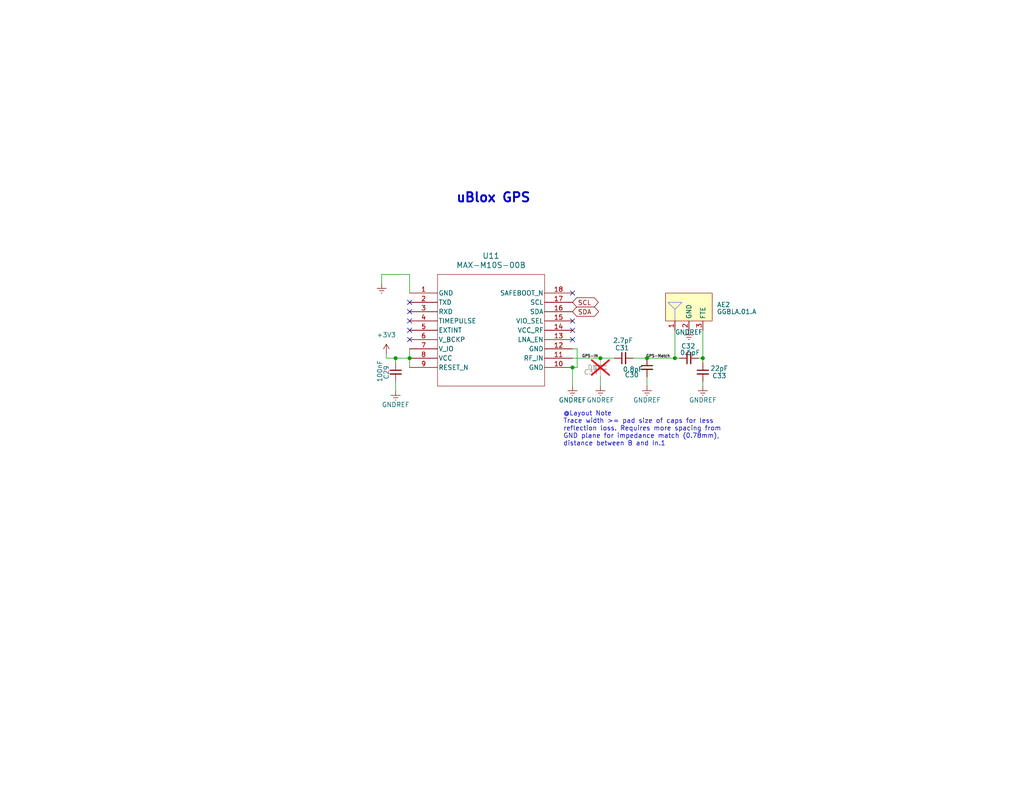
<source format=kicad_sch>
(kicad_sch (version 20231120) (generator "eeschema") (generator_version "8.0")
  (paper "USLetter")
  (title_block (title "WINTER GPS") (date "2025-01-06") (rev "3.3") (company "SparrowTheNerd"))
  (lib_symbols
    (symbol "Device:C_Small" (pin_numbers hide) (pin_names (offset 0.254) hide)
      (property "Reference" "C" (at 0.254 1.778 0))
      (property "Value" "C_Small" (at 0.254 -2.032 0))
      (symbol "C_Small_0_1"
        (polyline (pts (xy -1.524 -0.508) (xy 1.524 -0.508)) (stroke (width 0.3302)))
        (polyline (pts (xy -1.524 0.508) (xy 1.524 0.508)) (stroke (width 0.3048)))
      )
      (symbol "C_Small_1_1"
        (pin passive line (at 0 2.54 270) (length 2.032) (name "~") (number "1"))
        (pin passive line (at 0 -2.54 90) (length 2.032) (name "~") (number "2"))
      )
    )
    (symbol "power:+3V3" (power) (pin_numbers hide) (pin_names (offset 0) hide)
      (property "Value" "+3V3" (at 0 3.556 0))
      (symbol "+3V3_0_1"
        (polyline (pts (xy -0.762 1.27) (xy 0 2.54)))
        (polyline (pts (xy 0 0) (xy 0 2.54)))
        (polyline (pts (xy 0 2.54) (xy 0.762 1.27)))
      )
      (symbol "+3V3_1_1"
        (pin power_in line (at 0 0 90) (length 0) (name "~") (number "1"))
      )
    )
    (symbol "power:GNDREF" (power) (pin_names (offset 0))
      (property "Value" "GNDREF" (at 0 -3.81 0))
      (symbol "GNDREF_0_1"
        (polyline (pts (xy -0.635 -1.905) (xy 0.635 -1.905)))
        (polyline (pts (xy -0.127 -2.54) (xy 0.127 -2.54)))
        (polyline (pts (xy 0 -1.27) (xy 0 0)))
        (polyline (pts (xy 1.27 -1.27) (xy -1.27 -1.27)))
      )
      (symbol "GNDREF_1_1"
        (pin power_in line (at 0 0 270) (length 0) hide (name "GNDREF") (number "1"))
      )
    )
    (symbol "rev3_components:GGBLA.01.A"
      (property "Reference" "AE" (at -8.636 -3.556 0))
      (symbol "GGBLA.01.A_0_1"
        (rectangle (start -6.35 7.62) (end 6.35 0) (fill (type background)))
        (polyline (pts (xy -3.81 0) (xy -3.81 3.175) (xy -5.715 5.08) (xy -1.905 5.08) (xy -3.81 3.175)) (stroke (width 0) (color 98 110 255 1)))
      )
      (symbol "GGBLA.01.A_1_1"
        (pin input line (at -3.81 -2.54 90) (length 2.54) (name "") (number "1"))
        (pin power_in line (at 0 -2.54 90) (length 2.54) (name "GND") (number "2"))
        (pin input line (at 3.81 -2.54 90) (length 2.54) (name "FTE") (number "3"))
      )
    )
    (symbol "rev3_components:MAX-M10S-00B" (pin_names (offset 0.254))
      (property "Reference" "U" (at 21.463 -12.573 90))
      (property "Value" "MAX-M10S-00B" (at 24.003 -12.573 90))
      (symbol "MAX-M10S-00B_0_1"
        (polyline (pts (xy 7.62 -25.4) (xy 36.83 -25.4)) (stroke (width 0.127)))
        (polyline (pts (xy 7.62 5.08) (xy 7.62 -25.4)) (stroke (width 0.127)))
        (polyline (pts (xy 36.83 -25.4) (xy 36.83 5.08)) (stroke (width 0.127)))
        (polyline (pts (xy 36.83 5.08) (xy 7.62 5.08)) (stroke (width 0.127)))
        (pin power_out line (at 0 0 0) (length 7.62) (name "GND") (number "1"))
        (pin power_out line (at 44.45 -20.32 180) (length 7.62) (name "GND") (number "10"))
        (pin input line (at 44.45 -17.78 180) (length 7.62) (name "RF_IN") (number "11"))
        (pin power_out line (at 44.45 -15.24 180) (length 7.62) (name "GND") (number "12"))
        (pin output line (at 44.45 -12.7 180) (length 7.62) (name "LNA_EN") (number "13"))
        (pin output line (at 44.45 -10.16 180) (length 7.62) (name "VCC_RF") (number "14"))
        (pin input line (at 44.45 -7.62 180) (length 7.62) (name "VIO_SEL") (number "15"))
        (pin bidirectional line (at 44.45 -5.08 180) (length 7.62) (name "SDA") (number "16"))
        (pin input line (at 44.45 -2.54 180) (length 7.62) (name "SCL") (number "17"))
        (pin input line (at 44.45 0 180) (length 7.62) (name "SAFEBOOT_N") (number "18"))
        (pin output line (at 0 -2.54 0) (length 7.62) (name "TXD") (number "2"))
        (pin input line (at 0 -5.08 0) (length 7.62) (name "RXD") (number "3"))
        (pin output line (at 0 -7.62 0) (length 7.62) (name "TIMEPULSE") (number "4"))
        (pin input line (at 0 -10.16 0) (length 7.62) (name "EXTINT") (number "5"))
        (pin power_in line (at 0 -12.7 0) (length 7.62) (name "V_BCKP") (number "6"))
        (pin power_in line (at 0 -15.24 0) (length 7.62) (name "V_IO") (number "7"))
        (pin power_in line (at 0 -17.78 0) (length 7.62) (name "VCC") (number "8"))
        (pin input line (at 0 -20.32 0) (length 7.62) (name "RESET_N") (number "9"))
      )
    )
  )
  (junction (at 184.15 97.79))
  (junction (at 191.77 97.79))
  (junction (at 176.53 97.79))
  (junction (at 111.76 97.79))
  (junction (at 107.95 97.79))
  (junction (at 156.21 100.33))
  (junction (at 163.83 97.79))
  (no_connect (at 156.21 80.01))
  (no_connect (at 111.76 85.09))
  (no_connect (at 111.76 87.63))
  (no_connect (at 156.21 87.63))
  (no_connect (at 156.21 92.71))
  (no_connect (at 156.21 90.17))
  (no_connect (at 111.76 90.17))
  (no_connect (at 111.76 92.71))
  (no_connect (at 111.76 82.55))
  (wire (pts (xy 156.21 95.25) (xy 157.48 95.25)))
  (wire (pts (xy 157.48 100.33) (xy 156.21 100.33)))
  (wire (pts (xy 176.53 105.41) (xy 176.53 102.87)))
  (wire (pts (xy 191.77 99.06) (xy 191.77 97.79)))
  (wire (pts (xy 157.48 95.25) (xy 157.48 100.33)))
  (wire (pts (xy 107.95 99.06) (xy 107.95 97.79)))
  (wire (pts (xy 156.21 97.79) (xy 163.83 97.79)))
  (wire (pts (xy 191.77 104.14) (xy 191.77 105.41)))
  (wire (pts (xy 111.76 80.01) (xy 111.76 74.93)))
  (wire (pts (xy 104.14 74.93) (xy 111.76 74.93)))
  (wire (pts (xy 111.76 95.25) (xy 111.76 97.79)))
  (wire (pts (xy 111.76 97.79) (xy 111.76 100.33)))
  (wire (pts (xy 105.41 96.52) (xy 105.41 97.79)))
  (wire (pts (xy 163.83 97.79) (xy 167.64 97.79)))
  (wire (pts (xy 172.72 97.79) (xy 176.53 97.79)))
  (wire (pts (xy 107.95 97.79) (xy 111.76 97.79)))
  (wire (pts (xy 163.83 105.41) (xy 163.83 102.87)))
  (wire (pts (xy 185.42 97.79) (xy 184.15 97.79)))
  (wire (pts (xy 156.21 105.41) (xy 156.21 100.33)))
  (wire (pts (xy 184.15 90.17) (xy 184.15 97.79)))
  (wire (pts (xy 176.53 97.79) (xy 184.15 97.79)))
  (wire (pts (xy 104.14 77.47) (xy 104.14 74.93)))
  (wire (pts (xy 105.41 97.79) (xy 107.95 97.79)))
  (wire (pts (xy 107.95 106.68) (xy 107.95 104.14)))
  (wire (pts (xy 191.77 90.17) (xy 191.77 97.79)))
  (wire (pts (xy 190.5 97.79) (xy 191.77 97.79)))
  (text "@Layout Note\nTrace width >= pad size of caps for less \nreflection loss. Requires more spacing from \nGND plane for impedance match (0.78mm), \ndistance between B and In.1" (at 153.67 117.094 0) (effects (font (size 1.27 1.27)) (justify left)))
  (text "uBlox GPS\n" (at 134.62 54.102 0) (effects (font (size 2.54 2.54) (bold yes))))
  (label "GPS-Match" (at 182.88 97.79 180) (effects (font (size 0.75 0.75))))
  (label "GPS-IN" (at 158.75 97.79 0) (effects (font (size 0.75 0.75))))
  (global_label "SCL" (shape bidirectional) (at 156.21 82.55 0) (property "Intersheetrefs" "${INTERSHEET_REFS}" (effects (hide yes))))
  (global_label "SDA" (shape bidirectional) (at 156.21 85.09 0) (property "Intersheetrefs" "${INTERSHEET_REFS}" (effects (hide yes))))
  (symbol (lib_id "power:+3V3") (at 105.41 96.52 0) (unit 1)
    (property "Reference" "#PWR0164" (effects (hide yes)))
    (property "Value" "+3V3" (at 105.41 91.44 0))
    (property "Description" "Power symbol creates a global label with name \"+3V3\"" (effects (hide yes)))
  )
  (symbol (lib_id "power:GNDREF") (at 156.21 105.41 0) (mirror y) (unit 1)
    (property "Reference" "#PWR012" (effects (hide yes)))
    (property "Value" "GNDREF" (at 156.21 109.22 0))
  )
  (symbol (lib_id "power:GNDREF") (at 163.83 105.41 0) (mirror y) (unit 1)
    (property "Reference" "#PWR011" (effects (hide yes)))
    (property "Value" "GNDREF" (at 163.83 109.22 0))
  )
  (symbol (lib_id "Device:C_Small") (at 191.77 101.6 0) (unit 1)
    (property "Reference" "C33" (at 194.31 102.616 0) (effects (justify left)))
    (property "Value" "22pF" (at 193.802 100.584 0) (effects (justify left)))
    (property "Footprint" "Capacitor_SMD:C_0402_1005Metric" (effects (hide yes)))
    (property "Product ID" "GRM1555C1H220JA01D" (effects (hide yes)))
    (property "LCSC" "C76960" (effects (hide yes)))
  )
  (symbol (lib_id "rev3_components:MAX-M10S-00B") (at 111.76 80.01 0) (unit 1)
    (property "Reference" "U11" (at 133.985 69.85 0) (effects (font (size 1.524 1.524))))
    (property "Value" "MAX-M10S-00B" (at 133.985 72.39 0) (effects (font (size 1.524 1.524))))
    (property "Footprint" "rev3footprints:MAX-M10S-00B" (effects (hide yes)))
    (property "Datasheet" "MAX-M10M-00B" (effects (hide yes)))
    (property "Product ID" "MAX-M10S-00B" (effects (hide yes)))
    (property "LCSC" "C4153167" (effects (hide yes)))
  )
  (symbol (lib_id "power:GNDREF") (at 176.53 105.41 0) (mirror y) (unit 1)
    (property "Reference" "#PWR010" (effects (hide yes)))
    (property "Value" "GNDREF" (at 176.53 109.22 0))
  )
  (symbol (lib_id "Device:C_Small") (at 170.18 97.79 90) (unit 1)
    (property "Reference" "C31" (at 171.704 94.996 90) (effects (justify left)))
    (property "Value" "2.7pF" (at 172.72 92.964 90) (effects (justify left)))
    (property "Footprint" "Capacitor_SMD:C_0402_1005Metric" (effects (hide yes)))
    (property "Product ID" "GRM1555C1H2R7CA01D" (effects (hide yes)))
    (property "LCSC" "C76963" (effects (hide yes)))
  )
  (symbol (lib_id "Device:C_Small") (at 107.95 101.6 0) (unit 1)
    (property "Reference" "C29" (at 105.41 103.632 90) (effects (justify left)))
    (property "Value" "100nF" (at 103.632 104.394 90) (effects (justify left)))
    (property "Footprint" "Capacitor_SMD:C_0603_1608Metric" (effects (hide yes)))
    (property "Product ID" "CL10B104KB8NNNL" (effects (hide yes)))
    (property "LCSC" "C1590" (effects (hide yes)))
  )
  (symbol (lib_id "Device:C_Small") (at 163.83 100.33 0) (unit 1) (dnp yes)
    (property "Reference" "C34" (at 159.258 101.6 0) (effects (justify left)))
    (property "Value" "DNP" (at 160.274 100.33 0) (effects (justify left)))
    (property "Footprint" "Capacitor_SMD:C_0402_1005Metric" (effects (hide yes)))
    (property "LCSC" "DNP" (effects (hide yes)))
  )
  (symbol (lib_id "rev3_components:GGBLA.01.A") (at 187.96 87.63 0) (unit 1)
    (property "Reference" "AE2" (at 195.58 83.1849 0) (effects (justify left)))
    (property "Value" "GGBLA.01.A" (at 195.58 85.09 0) (effects (justify left)))
    (property "Footprint" "rev3footprints:GGBLA.01.A" (effects (hide yes)))
    (property "LCSC" "C5359159" (effects (hide yes)))
    (property "Mouser ID" "960-GGBLA.01.A " (effects (hide yes)))
    (property "Product ID" "GGBLA.01.A" (effects (hide yes)))
  )
  (symbol (lib_id "power:GNDREF") (at 107.95 106.68 0) (mirror y) (unit 1)
    (property "Reference" "#PWR0165" (effects (hide yes)))
    (property "Value" "GNDREF" (at 107.95 110.49 0))
  )
  (symbol (lib_id "power:GNDREF") (at 187.96 90.17 0) (mirror y) (unit 1)
    (property "Reference" "#PWR0170" (effects (hide yes)))
    (property "Value" "GNDREF" (at 187.96 90.678 0))
  )
  (symbol (lib_id "power:GNDREF") (at 104.14 77.47 0) (mirror y) (unit 1)
    (property "Reference" "#PWR0163" (effects (hide yes)))
    (property "Value" "GNDREF" (effects (hide yes)))
  )
  (symbol (lib_id "Device:C_Small") (at 176.53 100.33 0) (unit 1)
    (property "Reference" "C30" (at 170.434 102.362 0) (effects (justify left)))
    (property "Value" "0.8pF" (at 169.926 100.838 0) (effects (justify left)))
    (property "Footprint" "Capacitor_SMD:C_0402_1005Metric" (effects (hide yes)))
    (property "Product ID" "GRM1555C1HR80WA01D" (effects (hide yes)))
    (property "LCSC" "C88902" (effects (hide yes)))
  )
  (symbol (lib_id "Device:C_Small") (at 187.96 97.79 90) (unit 1)
    (property "Reference" "C32" (at 189.738 94.488 90) (effects (justify left)))
    (property "Value" "0.5pF" (at 191.008 96.266 90) (effects (justify left)))
    (property "Footprint" "Capacitor_SMD:C_0402_1005Metric" (effects (hide yes)))
    (property "Product ID" "GRM1555C1HR50CA01D" (effects (hide yes)))
    (property "LCSC" "C76987" (effects (hide yes)))
  )
  (symbol (lib_id "power:GNDREF") (at 191.77 105.41 0) (mirror y) (unit 1)
    (property "Reference" "#PWR09" (effects (hide yes)))
    (property "Value" "GNDREF" (at 191.77 109.22 0))
  )
)
</source>
